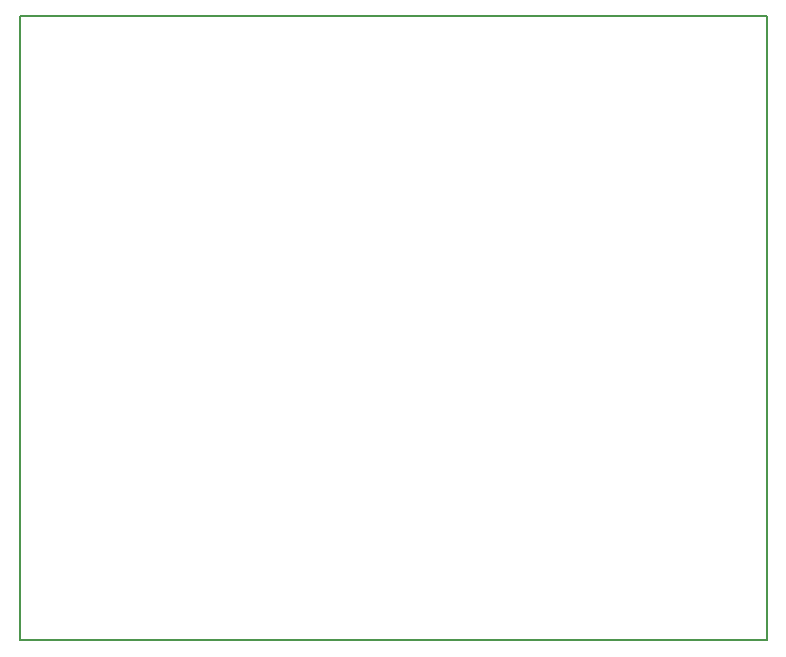
<source format=gm1>
G04 #@! TF.FileFunction,Profile,NP*
%FSLAX46Y46*%
G04 Gerber Fmt 4.6, Leading zero omitted, Abs format (unit mm)*
G04 Created by KiCad (PCBNEW 4.0.4-stable) date 12/23/16 15:55:29*
%MOMM*%
%LPD*%
G01*
G04 APERTURE LIST*
%ADD10C,0.100000*%
%ADD11C,0.150000*%
G04 APERTURE END LIST*
D10*
D11*
X94107000Y-141478000D02*
X157353000Y-141478000D01*
X157353000Y-88646000D02*
X157353000Y-141478000D01*
X94107000Y-88646000D02*
X94107000Y-141478000D01*
X157353000Y-88646000D02*
X94107000Y-88646000D01*
M02*

</source>
